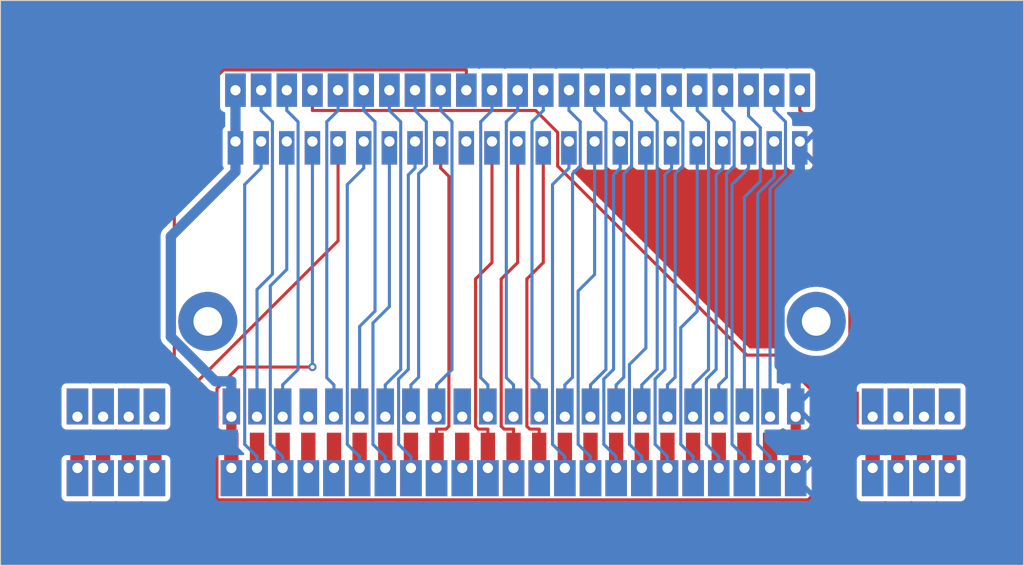
<source format=kicad_pcb>
(kicad_pcb (version 20221018) (generator pcbnew)
  (layers (0 "F.Cu" signal) (31 "B.Cu" signal) (34 "B.Paste" user) (35 "F.Paste" user) (36 "B.SilkS" user "B.Silkscreen") (37 "F.SilkS" user "F.Silkscreen") (38 "B.Mask" user) (39 "F.Mask" user) (44 "Edge.Cuts" user))
  (net 0 "")
  (net 1 "/VCC")
  (net 2 "/CPU.Clock")
  (net 3 "/CIC.In.P6")
  (net 4 "/Famicom.CIC.P2")
  (net 5 "/Write")
  (net 6 "/D7")
  (net 7 "/D6")
  (net 8 "/D5")
  (net 9 "/D4")
  (net 10 "/Famicom.Cart")
  (net 11 "/BA7")
  (net 12 "/BA6")
  (net 13 "/BA5")
  (net 14 "/BA4")
  (net 15 "/BA3")
  (net 16 "/BA2")
  (net 17 "/BA1")
  (net 18 "/BA0")
  (net 19 "/A15")
  (net 20 "/A14")
  (net 21 "/A13")
  (net 22 "/A12")
  (net 23 "/Famicom.GND")
  (net 24 "/Reset")
  (net 25 "/CIC.In.P7")
  (net 26 "/Famicom.CIC.P1")
  (net 27 "/Famicom.Read")
  (net 28 "/D3")
  (net 29 "/D2")
  (net 30 "/D1")
  (net 31 "/D0")
  (net 33 "/A0")
  (net 34 "/A1")
  (net 35 "/A2")
  (net 36 "/A3")
  (net 37 "/A4")
  (net 38 "/A5")
  (net 39 "/A6")
  (net 40 "/A7")
  (net 41 "/A8")
  (net 42 "/A9")
  (net 43 "/A10")
  (net 44 "/A11")
  (net 45 "/GND")
  (net 56 "unconnected-(J2-L_Audio-Pad31)")
  (net 57 "unconnected-(J2-PA4-Pad30)")
  (net 58 "unconnected-(J2-PA2-Pad29)")
  (net 59 "unconnected-(J2-PA0-Pad28)")
  (net 60 "unconnected-(J2-CIC_Out_P1-Pad24)")
  (net 61 "unconnected-(J2-{slash}Read-Pad23)")
  (net 62 "unconnected-(J2-{slash}IRQ-Pad18)")
  (net 63 "unconnected-(J2-{slash}PARD-Pad4)")
  (net 64 "unconnected-(J2-PA6-Pad3)")
  (net 65 "unconnected-(J2-EXPAND-Pad2)")
  (net 66 "unconnected-(J2-Clock-Pad1)")
  (footprint "Xterminator2:SNES Cartridge Slot" (layer "F.Cu") (at 146.342 116.826 180)
    (fp_text reference "J2" hide)
    (fp_text value "~" hide)
    (pad "1" thru_hole rect (at -42.5 -2.5) (size 2.1 3.5) (drill 1 (offset 0 1)) (layers "*.Cu" "F.Mask") (net 66 "unconnected-(J2-Clock-Pad1)"))
    (pad "1" smd rect (at -42.5 0.595) (size 1.4 2.69) (drill (offset 0 1)) (layers "F.Cu" "F.Paste" "F.Mask") (net 66 "unconnected-(J2-Clock-Pad1)"))
    (pad "2" thru_hole rect (at -40 -2.5) (size 2.1 3.5) (drill 1 (offset 0 1)) (layers "*.Cu" "F.Mask") (net 65 "unconnected-(J2-EXPAND-Pad2)"))
    (pad "2" smd rect (at -40 0.595) (size 1.4 2.69) (drill (offset 0 1)) (layers "F.Cu" "F.Paste" "F.Mask") (net 65 "unconnected-(J2-EXPAND-Pad2)"))
    (pad "3" thru_hole rect (at -37.5 -2.5) (size 2.1 3.5) (drill 1 (offset 0 1)) (layers "*.Cu" "F.Mask") (net 64 "unconnected-(J2-PA6-Pad3)"))
    (pad "3" smd rect (at -37.5 0.595) (size 1.4 2.69) (drill (offset 0 1)) (layers "F.Cu" "F.Paste" "F.Mask") (net 64 "unconnected-(J2-PA6-Pad3)"))
    (pad "4" thru_hole rect (at -35 -2.5) (size 2.1 3.5) (drill 1 (offset 0 1)) (layers "*.Cu" "F.Mask") (net 63 "unconnected-(J2-{slash}PARD-Pad4)"))
    (pad "4" smd rect (at -35 0.595) (size 1.4 2.69) (drill (offset 0 1)) (layers "F.Cu" "F.Paste" "F.Mask") (net 63 "unconnected-(J2-{slash}PARD-Pad4)"))
    (pad "5" thru_hole rect (at -27.5 -2.5) (size 2.1 3.5) (drill 1 (offset 0 1)) (layers "*.Cu" "F.Mask") (net 45 "/GND"))
    (pad "5" smd rect (at -27.5 0.595) (size 1.4 2.69) (drill (offset 0 1)) (layers "F.Cu" "F.Paste" "F.Mask") (net 45 "/GND"))
    (pad "6" thru_hole rect (at -25 -2.5) (size 2.1 3.5) (drill 1 (offset 0 1)) (layers "*.Cu" "F.Mask") (net 44 "/A11"))
    (pad "6" smd rect (at -25 0.595) (size 1.4 2.69) (drill (offset 0 1)) (layers "F.Cu" "F.Paste" "F.Mask") (net 44 "/A11"))
    (pad "7" thru_hole rect (at -22.5 -2.5) (size 2.1 3.5) (drill 1 (offset 0 1)) (layers "*.Cu" "F.Mask") (net 43 "/A10"))
    (pad "7" smd rect (at -22.5 0.595) (size 1.4 2.69) (drill (offset 0 1)) (layers "F.Cu" "F.Paste" "F.Mask") (net 43 "/A10"))
    (pad "8" thru_hole rect (at -20 -2.5) (size 2.1 3.5) (drill 1 (offset 0 1)) (layers "*.Cu" "F.Mask") (net 42 "/A9"))
    (pad "8" smd rect (at -20 0.595) (size 1.4 2.69) (drill (offset 0 1)) (layers "F.Cu" "F.Paste" "F.Mask") (net 42 "/A9"))
    (pad "9" thru_hole rect (at -17.5 -2.5) (size 2.1 3.5) (drill 1 (offset 0 1)) (layers "*.Cu" "F.Mask") (net 41 "/A8"))
    (pad "9" smd rect (at -17.5 0.595) (size 1.4 2.69) (drill (offset 0 1)) (layers "F.Cu" "F.Paste" "F.Mask") (net 41 "/A8"))
    (pad "10" thru_hole rect (at -15 -2.5) (size 2.1 3.5) (drill 1 (offset 0 1)) (layers "*.Cu" "F.Mask") (net 40 "/A7"))
    (pad "10" smd rect (at -15 0.595) (size 1.4 2.69) (drill (offset 0 1)) (layers "F.Cu" "F.Paste" "F.Mask") (net 40 "/A7"))
    (pad "11" thru_hole rect (at -12.5 -2.5) (size 2.1 3.5) (drill 1 (offset 0 1)) (layers "*.Cu" "F.Mask") (net 39 "/A6"))
    (pad "11" smd rect (at -12.5 0.595) (size 1.4 2.69) (drill (offset 0 1)) (layers "F.Cu" "F.Paste" "F.Mask") (net 39 "/A6"))
    (pad "12" thru_hole rect (at -10 -2.5) (size 2.1 3.5) (drill 1 (offset 0 1)) (layers "*.Cu" "F.Mask") (net 38 "/A5"))
    (pad "12" smd rect (at -10 0.595) (size 1.4 2.69) (drill (offset 0 1)) (layers "F.Cu" "F.Paste" "F.Mask") (net 38 "/A5"))
    (pad "13" thru_hole rect (at -7.5 -2.5) (size 2.1 3.5) (drill 1 (offset 0 1)) (layers "*.Cu" "F.Mask") (net 37 "/A4"))
    (pad "13" smd rect (at -7.5 0.595) (size 1.4 2.69) (drill (offset 0 1)) (layers "F.Cu" "F.Paste" "F.Mask") (net 37 "/A4"))
    (pad "14" thru_hole rect (at -5 -2.5) (size 2.1 3.5) (drill 1 (offset 0 1)) (layers "*.Cu" "F.Mask") (net 36 "/A3"))
    (pad "14" smd rect (at -5 0.595) (size 1.4 2.69) (drill (offset 0 1)) (layers "F.Cu" "F.Paste" "F.Mask") (net 36 "/A3"))
    (pad "15" thru_hole rect (at -2.5 -2.5) (size 2.1 3.5) (drill 1 (offset 0 1)) (layers "*.Cu" "F.Mask") (net 35 "/A2"))
    (pad "15" smd rect (at -2.5 0.595) (size 1.4 2.69) (drill (offset 0 1)) (layers "F.Cu" "F.Paste" "F.Mask") (net 35 "/A2"))
    (pad "16" thru_hole rect (at 0 -2.5) (size 2.1 3.5) (drill 1 (offset 0 1)) (layers "*.Cu" "F.Mask") (net 34 "/A1"))
    (pad "16" smd rect (at 0 0.595) (size 1.4 2.69) (drill (offset 0 1)) (layers "F.Cu" "F.Paste" "F.Mask") (net 34 "/A1"))
    (pad "17" thru_hole rect (at 2.5 -2.5) (size 2.1 3.5) (drill 1 (offset 0 1)) (layers "*.Cu" "F.Mask") (net 33 "/A0"))
    (pad "17" smd rect (at 2.5 0.595) (size 1.4 2.69) (drill (offset 0 1)) (layers "F.Cu" "F.Paste" "F.Mask") (net 33 "/A0"))
    (pad "18" thru_hole rect (at 5 -2.5) (size 2.1 3.5) (drill 1 (offset 0 1)) (layers "*.Cu" "F.Mask") (net 62 "unconnected-(J2-{slash}IRQ-Pad18)"))
    (pad "18" smd rect (at 5 0.595) (size 1.4 2.69) (drill (offset 0 1)) (layers "F.Cu" "F.Paste" "F.Mask") (net 62 "unconnected-(J2-{slash}IRQ-Pad18)"))
    (pad "19" thru_hole rect (at 7.5 -2.5) (size 2.1 3.5) (drill 1 (offset 0 1)) (layers "*.Cu" "F.Mask") (net 31 "/D0"))
    (pad "19" smd rect (at 7.5 0.595) (size 1.4 2.69) (drill (offset 0 1)) (layers "F.Cu" "F.Paste" "F.Mask") (net 31 "/D0"))
    (pad "20" thru_hole rect (at 10 -2.5) (size 2.1 3.5) (drill 1 (offset 0 1)) (layers "*.Cu" "F.Mask") (net 30 "/D1"))
    (pad "20" smd rect (at 10 0.595) (size 1.4 2.69) (drill (offset 0 1)) (layers "F.Cu" "F.Paste" "F.Mask") (net 30 "/D1"))
    (pad "21" thru_hole rect (at 12.5 -2.5) (size 2.1 3.5) (drill 1 (offset 0 1)) (layers "*.Cu" "F.Mask") (net 29 "/D2"))
    (pad "21" smd rect (at 12.5 0.595) (size 1.4 2.69) (drill (offset 0 1)) (layers "F.Cu" "F.Paste" "F.Mask") (net 29 "/D2"))
    (pad "22" thru_hole rect (at 15 -2.5) (size 2.1 3.5) (drill 1 (offset 0 1)) (layers "*.Cu" "F.Mask") (net 28 "/D3"))
    (pad "22" smd rect (at 15 0.595) (size 1.4 2.69) (drill (offset 0 1)) (layers "F.Cu" "F.Paste" "F.Mask") (net 28 "/D3"))
    (pad "23" thru_hole rect (at 17.5 -2.5) (size 2.1 3.5) (drill 1 (offset 0 1)) (layers "*.Cu" "F.Mask") (net 61 "unconnected-(J2-{slash}Read-Pad23)"))
    (pad "23" smd rect (at 17.5 0.595) (size 1.4 2.69) (drill (offset 0 1)) (layers "F.Cu" "F.Paste" "F.Mask") (net 61 "unconnected-(J2-{slash}Read-Pad23)"))
    (pad "24" thru_hole rect (at 20 -2.5) (size 2.1 3.5) (drill 1 (offset 0 1)) (layers "*.Cu" "F.Mask") (net 60 "unconnected-(J2-CIC_Out_P1-Pad24)"))
    (pad "24" smd rect (at 20 0.595) (size 1.4 2.69) (drill (offset 0 1)) (layers "F.Cu" "F.Paste" "F.Mask") (net 60 "unconnected-(J2-CIC_Out_P1-Pad24)"))
    (pad "25" thru_hole rect (at 22.5 -2.5) (size 2.1 3.5) (drill 1 (offset 0 1)) (layers "*.Cu" "F.Mask") (net 25 "/CIC.In.P7"))
    (pad "25" smd rect (at 22.5 0.595) (size 1.4 2.69) (drill (offset 0 1)) (layers "F.Cu" "F.Paste" "F.Mask") (net 25 "/CIC.In.P7"))
    (pad "26" thru_hole rect (at 25 -2.5) (size 2.1 3.5) (drill 1 (offset 0 1)) (layers "*.Cu" "F.Mask") (net 24 "/Reset"))
    (pad "26" smd rect (at 25 0.595) (size 1.4 2.69) (drill (offset 0 1)) (layers "F.Cu" "F.Paste" "F.Mask") (net 24 "/Reset"))
    (pad "27" thru_hole rect (at 27.5 -2.5) (size 2.1 3.5) (drill 1 (offset 0 1)) (layers "*.Cu" "F.Mask") (net 1 "/VCC"))
    (pad "27" smd rect (at 27.5 0.595) (size 1.4 2.69) (drill (offset 0 1)) (layers "F.Cu" "F.Paste" "F.Mask") (net 1 "/VCC"))
    (pad "28" thru_hole rect (at 35 -2.5) (size 2.1 3.5) (drill 1 (offset 0 1)) (layers "*.Cu" "F.Mask") (net 59 "unconnected-(J2-PA0-Pad28)"))
    (pad "28" smd rect (at 35 0.595) (size 1.4 2.69) (drill (offset 0 1)) (layers "F.Cu" "F.Paste" "F.Mask") (net 59 "unconnected-(J2-PA0-Pad28)"))
    (pad "29" thru_hole rect (at 37.5 -2.5) (size 2.1 3.5) (drill 1 (offset 0 1)) (layers "*.Cu" "F.Mask") (net 58 "unconnected-(J2-PA2-Pad29)"))
    (pad "29" smd rect (at 37.5 0.595) (size 1.4 2.69) (drill (offset 0 1)) (layers "F.Cu" "F.Paste" "F.Mask") (net 58 "unconnected-(J2-PA2-Pad29)"))
    (pad "30" thru_hole rect (at 40 -2.5) (size 2.1 3.5) (drill 1 (offset 0 1)) (layers "*.Cu" "F.Mask") (net 57 "unconnected-(J2-PA4-Pad30)"))
    (pad "30" smd rect (at 40 0.595) (size 1.4 2.69) (drill (offset 0 1)) (layers "F.Cu" "F.Paste" "F.Mask") (net 57 "unconnected-(J2-PA4-Pad30)"))
    (pad "31" thru_hole rect (at 42.5 -2.5) (size 2.1 3.5) (drill 1 (offset 0 1)) (layers "*.Cu" "F.Mask") (net 56 "unconnected-(J2-L_Audio-Pad31)"))
    (pad "31" smd rect (at 42.5 0.595) (size 1.4 2.69) (drill (offset 0 1)) (layers "F.Cu" "F.Paste" "F.Mask") (net 56 "unconnected-(J2-L_Audio-Pad31)"))
    (pad "32" thru_hole rect (at -42.5 2.5) (size 2.1 3.5) (drill 1 (offset 0 -1)) (layers "*.Cu" "F.Mask"))
    (pad "33" thru_hole rect (at -40 2.5) (size 2.1 3.5) (drill 1 (offset 0 -1)) (layers "*.Cu" "F.Mask"))
    (pad "34" thru_hole rect (at -37.5 2.5) (size 2.1 3.5) (drill 1 (offset 0 -1)) (layers "*.Cu" "F.Mask"))
    (pad "35" thru_hole rect (at -35 2.5) (size 2.1 3.5) (drill 1 (offset 0 -1)) (layers "*.Cu" "F.Mask"))
    (pad "36" thru_hole rect (at -27.5 2.5) (size 1.7 3.5) (drill 1 (offset 0 -1)) (layers "*.Cu" "F.Mask") (net 45 "/GND"))
    (pad "37" thru_hole rect (at -25 2.5) (size 1.7 3.5) (drill 1 (offset 0 -1)) (layers "*.Cu" "F.Mask") (net 22 "/A12"))
    (pad "38" thru_hole rect (at -22.5 2.5) (size 1.7 3.5) (drill 1 (offset 0 -1)) (layers "*.Cu" "F.Mask") (net 21 "/A13"))
    (pad "39" thru_hole rect (at -20 2.5) (size 1.7 3.5) (drill 1 (offset 0 -1)) (layers "*.Cu" "F.Mask") (net 20 "/A14"))
    (pad "40" thru_hole rect (at -17.5 2.5) (size 1.7 3.5) (drill 1 (offset 0 -1)) (layers "*.Cu" "F.Mask") (net 19 "/A15"))
    (pad "41" thru_hole rect (at -15 2.5) (size 1.7 3.5) (drill 1 (offset 0 -1)) (layers "*.Cu" "F.Mask") (net 18 "/BA0"))
    (pad "42" thru_hole rect (at -12.5 2.5) (size 1.7 3.5) (drill 1 (offset 0 -1)) (layers "*.Cu" "F.Mask") (net 17 "/BA1"))
    (pad "43" thru_hole rect (at -10 2.5) (size 1.7 3.5) (drill 1 (offset 0 -1)) (layers "*.Cu" "F.Mask") (net 16 "/BA2"))
    (pad "44" thru_hole rect (at -7.5 2.5) (size 1.7 3.5) (drill 1 (offset 0 -1)) (layers "*.Cu" "F.Mask") (net 15 "/BA3"))
    (pad "45" thru_hole rect (at -5 2.5) (size 1.7 3.5) (drill 1 (offset 0 -1)) (layers "*.Cu" "F.Mask") (net 14 "/BA4"))
    (pad "46" thru_hole rect (at -2.5 2.5) (size 1.7 3.5) (drill 1 (offset 0 -1)) (layers "*.Cu" "F.Mask") (net 13 "/BA5"))
    (pad "47" thru_hole rect (at 0 2.5) (size 1.7 3.5) (drill 1 (offset 0 -1)) (layers "*.Cu" "F.Mask") (net 12 "/BA6"))
    (pad "48" thru_hole rect (at 2.5 2.5) (size 1.7 3.5) (drill 1 (offset 0 -1)) (layers "*.Cu" "F.Mask") (net 11 "/BA7"))
    (pad "49" thru_hole rect (at 5 2.5) (size 1.7 3.5) (drill 1 (offset 0 -1)) (layers "*.Cu" "F.Mask"))
    (pad "50" thru_hole rect (at 7.5 2.5) (size 1.7 3.5) (drill 1 (offset 0 -1)) (layers "*.Cu" "F.Mask") (net 9 "/D4"))
    (pad "51" thru_hole rect (at 10 2.5) (size 1.7 3.5) (drill 1 (offset 0 -1)) (layers "*.Cu" "F.Mask") (net 8 "/D5"))
    (pad "52" thru_hole rect (at 12.5 2.5) (size 1.7 3.5) (drill 1 (offset 0 -1)) (layers "*.Cu" "F.Mask") (net 7 "/D6"))
    (pad "53" thru_hole rect (at 15 2.5) (size 1.7 3.5) (drill 1 (offset 0 -1)) (layers "*.Cu" "F.Mask") (net 6 "/D7"))
    (pad "54" thru_hole rect (at 17.5 2.5) (size 1.7 3.5) (drill 1 (offset 0 -1)) (layers "*.Cu" "F.Mask") (net 5 "/Write"))
    (pad "55" thru_hole rect (at 20 2.5) (size 1.7 3.5) (drill 1 (offset 0 -1)) (layers "*.Cu" "F.Mask"))
    (pad "56" thru_hole rect (at 22.5 2.5) (size 1.7 3.5) (drill 1 (offset 0 -1)) (layers "*.Cu" "F.Mask") (net 3 "/CIC.In.P6"))
    (pad "57" thru_hole rect (at 25 2.5) (size 1.7 3.5) (drill 1 (offset 0 -1)) (layers "*.Cu" "F.Mask") (net 2 "/CPU.Clock"))
    (pad "58" thru_hole rect (at 27.5 2.5) (size 1.7 3.5) (drill 1 (offset 0 -1)) (layers "*.Cu" "F.Mask") (net 1 "/VCC"))
    (pad "59" thru_hole rect (at 35 2.5) (size 2.1 3.5) (drill 1 (offset 0 -1)) (layers "*.Cu" "F.Mask"))
    (pad "60" thru_hole rect (at 37.5 2.5) (size 2.1 3.5) (drill 1 (offset 0 -1)) (layers "*.Cu" "F.Mask"))
    (pad "61" thru_hole rect (at 40 2.5) (size 2.1 3.5) (drill 1 (offset 0 -1)) (layers "*.Cu" "F.Mask"))
    (pad "62" thru_hole rect (at 42.5 2.5) (size 2.1 3.5) (drill 1 (offset 0 -1)) (layers "*.Cu" "F.Mask"))
    (pad "63" smd rect (at -33.15 3.35) (size 1 3.2) (layers "F.Cu" "F.Paste" "F.Mask") (net 26 "/Famicom.CIC.P1"))
    (pad "64" smd rect (at -31.85 3.35) (size 1 3.2) (layers "F.Cu" "F.Paste" "F.Mask") (net 4 "/Famicom.CIC.P2"))
    (pad "65" smd rect (at -30.55 3.35) (size 1 3.2) (layers "F.Cu" "F.Paste" "F.Mask") (net 23 "/Famicom.GND"))
    (pad "66" smd rect (at 31.45 3.35) (size 1 3.2) (layers "F.Cu" "F.Paste" "F.Mask") (net 27 "/Famicom.Read"))
    (pad "67" smd rect (at 32.75 3.35) (size 1 3.2) (layers "F.Cu" "F.Paste" "F.Mask") (net 10 "/Famicom.Cart"))
  )
  (footprint "Xterminator2:Super Famicom Cartridge Slot" (layer "F.Cu") (at 146.742 84.978 180)
    (fp_text reference "J1" hide)
    (fp_text value "~" hide)
    (pad "5" thru_hole rect (at -27.5 -2.5) (size 1.5 3.25) (drill 1 (offset 0 0.625)) (layers "*.Cu" "F.Mask") (net 45 "/GND"))
    (pad "6" thru_hole rect (at -25 -2.5) (size 1.5 3.25) (drill 1 (offset 0 0.625)) (layers "*.Cu" "F.Mask") (net 44 "/A11"))
    (pad "7" thru_hole rect (at -22.5 -2.5) (size 1.5 3.25) (drill 1 (offset 0 0.625)) (layers "*.Cu" "F.Mask") (net 43 "/A10"))
    (pad "8" thru_hole rect (at -20 -2.5) (size 1.5 3.25) (drill 1 (offset 0 0.625)) (layers "*.Cu" "F.Mask") (net 42 "/A9"))
    (pad "9" thru_hole rect (at -17.5 -2.5) (size 1.5 3.25) (drill 1 (offset 0 0.625)) (layers "*.Cu" "F.Mask") (net 41 "/A8"))
    (pad "10" thru_hole rect (at -15 -2.5) (size 1.5 3.25) (drill 1 (offset 0 0.625)) (layers "*.Cu" "F.Mask") (net 40 "/A7"))
    (pad "11" thru_hole rect (at -12.5 -2.5) (size 1.5 3.25) (drill 1 (offset 0 0.625)) (layers "*.Cu" "F.Mask") (net 39 "/A6"))
    (pad "12" thru_hole rect (at -10 -2.5) (size 1.5 3.25) (drill 1 (offset 0 0.625)) (layers "*.Cu" "F.Mask") (net 38 "/A5"))
    (pad "13" thru_hole rect (at -7.5 -2.5) (size 1.5 3.25) (drill 1 (offset 0 0.625)) (layers "*.Cu" "F.Mask") (net 37 "/A4"))
    (pad "14" thru_hole rect (at -5 -2.5) (size 1.5 3.25) (drill 1 (offset 0 0.625)) (layers "*.Cu" "F.Mask") (net 36 "/A3"))
    (pad "15" thru_hole rect (at -2.5 -2.5) (size 1.5 3.25) (drill 1 (offset 0 0.625)) (layers "*.Cu" "F.Mask") (net 35 "/A2"))
    (pad "16" thru_hole rect (at 0 -2.5) (size 1.5 3.25) (drill 1 (offset 0 0.625)) (layers "*.Cu" "F.Mask") (net 34 "/A1"))
    (pad "17" thru_hole rect (at 2.5 -2.5) (size 1.5 3.25) (drill 1 (offset 0 0.625)) (layers "*.Cu" "F.Mask") (net 33 "/A0"))
    (pad "18" thru_hole rect (at 5 -2.5) (size 1.5 3.25) (drill 1 (offset 0 0.625)) (layers "*.Cu" "F.Mask"))
    (pad "19" thru_hole rect (at 7.5 -2.5) (size 1.5 3.25) (drill 1 (offset 0 0.625)) (layers "*.Cu" "F.Mask") (net 31 "/D0"))
    (pad "20" thru_hole rect (at 10 -2.5) (size 1.5 3.25) (drill 1 (offset 0 0.625)) (layers "*.Cu" "F.Mask") (net 30 "/D1"))
    (pad "21" thru_hole rect (at 12.5 -2.5) (size 1.5 3.25) (drill 1 (offset 0 0.625)) (layers "*.Cu" "F.Mask") (net 29 "/D2"))
    (pad "22" thru_hole rect (at 15 -2.5) (size 1.5 3.25) (drill 1 (offset 0 0.625)) (layers "*.Cu" "F.Mask") (net 28 "/D3"))
    (pad "23" thru_hole rect (at 17.5 -2.5) (size 1.5 3.25) (drill 1 (offset 0 0.625)) (layers "*.Cu" "F.Mask") (net 27 "/Famicom.Read"))
    (pad "24" thru_hole rect (at 20 -2.5) (size 1.5 3.25) (drill 1 (offset 0 0.625)) (layers "*.Cu" "F.Mask") (net 26 "/Famicom.CIC.P1"))
    (pad "25" thru_hole rect (at 22.5 -2.5) (size 1.5 3.25) (drill 1 (offset 0 0.625)) (layers "*.Cu" "F.Mask") (net 25 "/CIC.In.P7"))
    (pad "26" thru_hole rect (at 25 -2.5) (size 1.5 3.25) (drill 1 (offset 0 0.625)) (layers "*.Cu" "F.Mask") (net 24 "/Reset"))
    (pad "27" thru_hole rect (at 27.5 -2.5) (size 1.5 3.25) (drill 1 (offset 0 0.625)) (layers "*.Cu" "F.Mask") (net 1 "/VCC"))
    (pad "36" thru_hole rect (at -27.5 2.5) (size 2 3.25) (drill 1) (layers "*.Cu" "F.Mask") (net 23 "/Famicom.GND"))
    (pad "37" thru_hole rect (at -25 2.5) (size 2 3.25) (drill 1) (layers "*.Cu" "F.Mask") (net 22 "/A12"))
    (pad "38" thru_hole rect (at -22.5 2.5) (size 2 3.25) (drill 1) (layers "*.Cu" "F.Mask") (net 21 "/A13"))
    (pad "39" thru_hole rect (at -20 2.5) (size 2 3.25) (drill 1) (layers "*.Cu" "F.Mask") (net 20 "/A14"))
    (pad "40" thru_hole rect (at -17.5 2.5) (size 2 3.25) (drill 1) (layers "*.Cu" "F.Mask") (net 19 "/A15"))
    (pad "41" thru_hole rect (at -15 2.5) (size 2 3.25) (drill 1) (layers "*.Cu" "F.Mask") (net 18 "/BA0"))
    (pad "42" thru_hole rect (at -12.5 2.5) (size 2 3.25) (drill 1) (layers "*.Cu" "F.Mask") (net 17 "/BA1"))
    (pad "43" thru_hole rect (at -10 2.5) (size 2 3.25) (drill 1) (layers "*.Cu" "F.Mask") (net 16 "/BA2"))
    (pad "44" thru_hole rect (at -7.5 2.5) (size 2 3.25) (drill 1) (layers "*.Cu" "F.Mask") (net 15 "/BA3"))
    (pad "45" thru_hole rect (at -5 2.5) (size 2 3.25) (drill 1) (layers "*.Cu" "F.Mask") (net 14 "/BA4"))
    (pad "46" thru_hole rect (at -2.5 2.5) (size 2 3.25) (drill 1) (layers "*.Cu" "F.Mask") (net 13 "/BA5"))
    (pad "47" thru_hole rect (at 0 2.5) (size 2 3.25) (drill 1) (layers "*.Cu" "F.Mask") (net 12 "/BA6"))
    (pad "48" thru_hole rect (at 2.5 2.5) (size 2 3.25) (drill 1) (layers "*.Cu" "F.Mask") (net 11 "/BA7"))
    (pad "49" thru_hole rect (at 5 2.5) (size 2 3.25) (drill 1) (layers "*.Cu" "F.Mask") (net 10 "/Famicom.Cart"))
    (pad "50" thru_hole rect (at 7.5 2.5) (size 2 3.25) (drill 1) (layers "*.Cu" "F.Mask") (net 9 "/D4"))
    (pad "51" thru_hole rect (at 10 2.5) (size 2 3.25) (drill 1) (layers "*.Cu" "F.Mask") (net 8 "/D5"))
    (pad "52" thru_hole rect (at 12.5 2.5) (size 2 3.25) (drill 1) (layers "*.Cu" "F.Mask") (net 7 "/D6"))
    (pad "53" thru_hole rect (at 15 2.5) (size 2 3.25) (drill 1) (layers "*.Cu" "F.Mask") (net 6 "/D7"))
    (pad "54" thru_hole rect (at 17.5 2.5) (size 2 3.25) (drill 1) (layers "*.Cu" "F.Mask") (net 5 "/Write"))
    (pad "55" thru_hole rect (at 20 2.5) (size 2 3.25) (drill 1) (layers "*.Cu" "F.Mask") (net 4 "/Famicom.CIC.P2"))
    (pad "56" thru_hole rect (at 22.5 2.5) (size 2 3.25) (drill 1) (layers "*.Cu" "F.Mask") (net 3 "/CIC.In.P6"))
    (pad "57" thru_hole rect (at 25 2.5) (size 2 3.25) (drill 1) (layers "*.Cu" "F.Mask") (net 2 "/CPU.Clock"))
    (pad "58" thru_hole rect (at 27.5 2.5) (size 2 3.25) (drill 1) (layers "*.Cu" "F.Mask") (net 1 "/VCC"))
  )
  (footprint "Xterminator2:Screw Hole" (layer "F.Cu") (at 116.544 105.028)
    (fp_text reference "Hole1" hide)
    (fp_text value "Screw Hole" hide)
    (pad "1" thru_hole circle (at 0 0) (size 5.75 5.75) (drill 2.8) (layers "*.Cu" "*.Mask"))
  )
  (footprint "Xterminator2:Screw Hole" (layer "F.Cu") (at 175.844 105.028)
    (fp_text reference "Hole2" hide)
    (fp_text value "Screw Hole" hide)
    (pad "1" thru_hole circle (at 0 0) (size 5.75 5.75) (drill 2.8) (layers "*.Cu" "*.Mask"))
  )
  (gr_line (start 96.344 128.829) (end 196.044 128.829) (stroke (width 0.1)) (layer "Edge.Cuts"))
  (gr_line (start 96.344 73.729) (end 96.344 128.829) (stroke (width 0.1)) (layer "Edge.Cuts"))
  (gr_line (start 196.044 73.729) (end 96.344 73.729) (stroke (width 0.1)) (layer "Edge.Cuts"))
  (gr_line (start 196.044 128.829) (end 196.044 73.729) (stroke (width 0.1)) (layer "Edge.Cuts"))
  (segment (start 118.842 116.231) (end 118.842 114.326) (width 1) (layer "F.Cu") (net 1))
  (segment (start 118.842 119.326) (end 118.842 116.231) (width 1) (layer "F.Cu") (net 1))
  (segment (start 112.9436 96.7283) (end 119.242 90.4299) (width 1) (layer "B.Cu") (net 1))
  (segment (start 112.9436 106.5276) (end 112.9436 96.7283) (width 1) (layer "B.Cu") (net 1))
  (segment (start 118.842 114.326) (end 118.842 110.8741) (width 1) (layer "B.Cu") (net 1))
  (segment (start 119.242 87.478) (end 119.242 82.478) (width 1) (layer "B.Cu") (net 1))
  (segment (start 117.2901 110.8741) (end 112.9436 106.5276) (width 1) (layer "B.Cu") (net 1))
  (segment (start 118.842 110.8741) (end 117.2901 110.8741) (width 1) (layer "B.Cu") (net 1))
  (segment (start 119.242 87.478) (end 119.242 90.4299) (width 1) (layer "B.Cu") (net 1))
  (segment (start 122.8439 85.5568) (end 121.742 84.4549) (width 0.3) (layer "B.Cu") (net 2))
  (segment (start 121.742 82.478) (end 121.742 84.4549) (width 0.3) (layer "B.Cu") (net 2))
  (segment (start 121.342 101.9213) (end 122.8439 100.4194) (width 0.3) (layer "B.Cu") (net 2))
  (segment (start 121.342 114.326) (end 121.342 101.9213) (width 0.3) (layer "B.Cu") (net 2))
  (segment (start 122.8439 100.4194) (end 122.8439 85.5568) (width 0.3) (layer "B.Cu") (net 2))
  (segment (start 125.3439 109.7222) (end 125.3439 85.5568) (width 0.3) (layer "B.Cu") (net 3))
  (segment (start 123.842 114.326) (end 123.842 111.2241) (width 0.3) (layer "B.Cu") (net 3))
  (segment (start 125.3439 85.5568) (end 124.242 84.4549) (width 0.3) (layer "B.Cu") (net 3))
  (segment (start 124.242 82.478) (end 124.242 84.4549) (width 0.3) (layer "B.Cu") (net 3))
  (segment (start 123.842 111.2241) (end 125.3439 109.7222) (width 0.3) (layer "B.Cu") (net 3))
  (segment (start 150.6401 86.5952) (end 148.4998 84.4549) (width 0.3) (layer "F.Cu") (net 4))
  (segment (start 126.742 82.478) (end 126.742 84.4549) (width 0.3) (layer "F.Cu") (net 4))
  (segment (start 150.6401 89.8788) (end 150.6401 86.5952) (width 0.3) (layer "F.Cu") (net 4))
  (segment (start 176.1956 115.4279) (end 175.7615 114.9938) (width 0.3) (layer "F.Cu") (net 4))
  (segment (start 175.7615 114.9938) (end 175.7615 112.1124) (width 0.3) (layer "F.Cu") (net 4))
  (segment (start 169.0764 108.3151) (end 150.6401 89.8788) (width 0.3) (layer "F.Cu") (net 4))
  (segment (start 171.9642 108.3151) (end 169.0764 108.3151) (width 0.3) (layer "F.Cu") (net 4))
  (segment (start 178.192 113.476) (end 178.192 115.4279) (width 0.3) (layer "F.Cu") (net 4))
  (segment (start 148.4998 84.4549) (end 126.742 84.4549) (width 0.3) (layer "F.Cu") (net 4))
  (segment (start 175.7615 112.1124) (end 171.9642 108.3151) (width 0.3) (layer "F.Cu") (net 4))
  (segment (start 178.192 115.4279) (end 176.1956 115.4279) (width 0.3) (layer "F.Cu") (net 4))
  (segment (start 128.842 111.2241) (end 128.1401 110.5222) (width 0.3) (layer "B.Cu") (net 5))
  (segment (start 128.842 114.326) (end 128.842 111.2241) (width 0.3) (layer "B.Cu") (net 5))
  (segment (start 128.1401 85.5568) (end 129.242 84.4549) (width 0.3) (layer "B.Cu") (net 5))
  (segment (start 128.1401 110.5222) (end 128.1401 85.5568) (width 0.3) (layer "B.Cu") (net 5))
  (segment (start 129.242 82.478) (end 129.242 84.4549) (width 0.3) (layer "B.Cu") (net 5))
  (segment (start 131.342 114.326) (end 131.342 105.5245) (width 0.3) (layer "B.Cu") (net 6))
  (segment (start 131.742 82.478) (end 131.742 84.4549) (width 0.3) (layer "B.Cu") (net 6))
  (segment (start 132.8439 104.0226) (end 132.8439 85.5568) (width 0.3) (layer "B.Cu") (net 6))
  (segment (start 131.342 105.5245) (end 132.8439 104.0226) (width 0.3) (layer "B.Cu") (net 6))
  (segment (start 132.8439 85.5568) (end 131.742 84.4549) (width 0.3) (layer "B.Cu") (net 6))
  (segment (start 133.842 114.326) (end 133.842 111.2241) (width 0.3) (layer "B.Cu") (net 7))
  (segment (start 135.3439 85.5568) (end 135.3439 109.7222) (width 0.3) (layer "B.Cu") (net 7))
  (segment (start 134.242 84.4549) (end 135.3439 85.5568) (width 0.3) (layer "B.Cu") (net 7))
  (segment (start 135.3439 109.7222) (end 133.842 111.2241) (width 0.3) (layer "B.Cu") (net 7))
  (segment (start 134.242 82.478) (end 134.242 84.4549) (width 0.3) (layer "B.Cu") (net 7))
  (segment (start 136.342 111.2241) (end 137.0915 110.4746) (width 0.3) (layer "B.Cu") (net 8))
  (segment (start 136.342 114.326) (end 136.342 111.2241) (width 0.3) (layer "B.Cu") (net 8))
  (segment (start 137.8439 89.8738) (end 137.8439 85.5568) (width 0.3) (layer "B.Cu") (net 8))
  (segment (start 137.0915 110.4746) (end 137.0915 90.6262) (width 0.3) (layer "B.Cu") (net 8))
  (segment (start 137.0915 90.6262) (end 137.8439 89.8738) (width 0.3) (layer "B.Cu") (net 8))
  (segment (start 137.8439 85.5568) (end 136.742 84.4549) (width 0.3) (layer "B.Cu") (net 8))
  (segment (start 136.742 82.478) (end 136.742 84.4549) (width 0.3) (layer "B.Cu") (net 8))
  (segment (start 139.242 82.478) (end 139.242 84.4549) (width 0.3) (layer "B.Cu") (net 9))
  (segment (start 140.3439 109.7222) (end 140.3439 85.5568) (width 0.3) (layer "B.Cu") (net 9))
  (segment (start 138.842 114.326) (end 138.842 111.2241) (width 0.3) (layer "B.Cu") (net 9))
  (segment (start 138.842 111.2241) (end 140.3439 109.7222) (width 0.3) (layer "B.Cu") (net 9))
  (segment (start 140.3439 85.5568) (end 139.242 84.4549) (width 0.3) (layer "B.Cu") (net 9))
  (segment (start 113.592 111.5241) (end 113.2825 111.2146) (width 0.3) (layer "F.Cu") (net 10))
  (segment (start 113.2825 111.2146) (end 113.2825 85.2894) (width 0.3) (layer "F.Cu") (net 10))
  (segment (start 141.742 82.478) (end 141.742 80.5011) (width 0.3) (layer "F.Cu") (net 10))
  (segment (start 113.592 113.476) (end 113.592 111.5241) (width 0.3) (layer "F.Cu") (net 10))
  (segment (start 118.0708 80.5011) (end 141.742 80.5011) (width 0.3) (layer "F.Cu") (net 10))
  (segment (start 113.2825 85.2894) (end 118.0708 80.5011) (width 0.3) (layer "F.Cu") (net 10))
  (segment (start 143.1401 110.5222) (end 143.1401 85.5568) (width 0.3) (layer "B.Cu") (net 11))
  (segment (start 143.842 111.2241) (end 143.1401 110.5222) (width 0.3) (layer "B.Cu") (net 11))
  (segment (start 143.842 114.326) (end 143.842 111.2241) (width 0.3) (layer "B.Cu") (net 11))
  (segment (start 143.1401 85.5568) (end 144.242 84.4549) (width 0.3) (layer "B.Cu") (net 11))
  (segment (start 144.242 82.478) (end 144.242 84.4549) (width 0.3) (layer "B.Cu") (net 11))
  (segment (start 146.342 114.326) (end 146.342 111.2241) (width 0.3) (layer "B.Cu") (net 12))
  (segment (start 145.6401 110.5222) (end 145.6401 85.5568) (width 0.3) (layer "B.Cu") (net 12))
  (segment (start 145.6401 85.5568) (end 146.742 84.4549) (width 0.3) (layer "B.Cu") (net 12))
  (segment (start 146.742 82.478) (end 146.742 84.4549) (width 0.3) (layer "B.Cu") (net 12))
  (segment (start 146.342 111.2241) (end 145.6401 110.5222) (width 0.3) (layer "B.Cu") (net 12))
  (segment (start 149.242 82.478) (end 149.242 84.4549) (width 0.3) (layer "B.Cu") (net 13))
  (segment (start 148.842 111.2241) (end 148.1401 110.5222) (width 0.3) (layer "B.Cu") (net 13))
  (segment (start 148.842 114.326) (end 148.842 111.2241) (width 0.3) (layer "B.Cu") (net 13))
  (segment (start 148.1401 110.5222) (end 148.1401 85.5568) (width 0.3) (layer "B.Cu") (net 13))
  (segment (start 148.1401 85.5568) (end 149.242 84.4549) (width 0.3) (layer "B.Cu") (net 13))
  (segment (start 151.342 111.2241) (end 152.0915 110.4746) (width 0.3) (layer "B.Cu") (net 14))
  (segment (start 152.8439 85.5568) (end 151.742 84.4549) (width 0.3) (layer "B.Cu") (net 14))
  (segment (start 151.342 114.326) (end 151.342 111.2241) (width 0.3) (layer "B.Cu") (net 14))
  (segment (start 152.0915 90.6262) (end 152.8439 89.8738) (width 0.3) (layer "B.Cu") (net 14))
  (segment (start 152.8439 89.8738) (end 152.8439 85.5568) (width 0.3) (layer "B.Cu") (net 14))
  (segment (start 151.742 82.478) (end 151.742 84.4549) (width 0.3) (layer "B.Cu") (net 14))
  (segment (start 152.0915 110.4746) (end 152.0915 90.6262) (width 0.3) (layer "B.Cu") (net 14))
  (segment (start 155.3439 85.5568) (end 155.3439 109.7222) (width 0.3) (layer "B.Cu") (net 15))
  (segment (start 155.3439 109.7222) (end 153.842 111.2241) (width 0.3) (layer "B.Cu") (net 15))
  (segment (start 153.842 114.326) (end 153.842 111.2241) (width 0.3) (layer "B.Cu") (net 15))
  (segment (start 154.242 82.478) (end 154.242 84.4549) (width 0.3) (layer "B.Cu") (net 15))
  (segment (start 154.242 84.4549) (end 155.3439 85.5568) (width 0.3) (layer "B.Cu") (net 15))
  (segment (start 157.8439 85.5568) (end 156.742 84.4549) (width 0.3) (layer "B.Cu") (net 16))
  (segment (start 156.342 111.2241) (end 157.0915 110.4746) (width 0.3) (layer "B.Cu") (net 16))
  (segment (start 156.342 114.326) (end 156.342 111.2241) (width 0.3) (layer "B.Cu") (net 16))
  (segment (start 157.0915 110.4746) (end 157.0915 90.6262) (width 0.3) (layer "B.Cu") (net 16))
  (segment (start 157.8439 89.8738) (end 157.8439 85.5568) (width 0.3) (layer "B.Cu") (net 16))
  (segment (start 157.0915 90.6262) (end 157.8439 89.8738) (width 0.3) (layer "B.Cu") (net 16))
  (segment (start 156.742 82.478) (end 156.742 84.4549) (width 0.3) (layer "B.Cu") (net 16))
  (segment (start 159.242 84.4549) (end 160.3439 85.5568) (width 0.3) (layer "B.Cu") (net 17))
  (segment (start 160.3439 109.7222) (end 158.842 111.2241) (width 0.3) (layer "B.Cu") (net 17))
  (segment (start 158.842 114.326) (end 158.842 111.2241) (width 0.3) (layer "B.Cu") (net 17))
  (segment (start 159.242 82.478) (end 159.242 84.4549) (width 0.3) (layer "B.Cu") (net 17))
  (segment (start 160.3439 85.5568) (end 160.3439 109.7222) (width 0.3) (layer "B.Cu") (net 17))
  (segment (start 162.8439 85.5568) (end 161.742 84.4549) (width 0.3) (layer "B.Cu") (net 18))
  (segment (start 161.742 82.478) (end 161.742 84.4549) (width 0.3) (layer "B.Cu") (net 18))
  (segment (start 162.0915 110.4746) (end 162.0915 90.6262) (width 0.3) (layer "B.Cu") (net 18))
  (segment (start 162.0915 90.6262) (end 162.8439 89.8738) (width 0.3) (layer "B.Cu") (net 18))
  (segment (start 161.342 114.326) (end 161.342 111.2241) (width 0.3) (layer "B.Cu") (net 18))
  (segment (start 161.342 111.2241) (end 162.0915 110.4746) (width 0.3) (layer "B.Cu") (net 18))
  (segment (start 162.8439 89.8738) (end 162.8439 85.5568) (width 0.3) (layer "B.Cu") (net 18))
  (segment (start 165.3439 109.7222) (end 163.842 111.2241) (width 0.3) (layer "B.Cu") (net 19))
  (segment (start 164.242 82.478) (end 164.242 84.4549) (width 0.3) (layer "B.Cu") (net 19))
  (segment (start 165.3439 85.5568) (end 165.3439 109.7222) (width 0.3) (layer "B.Cu") (net 19))
  (segment (start 163.842 114.326) (end 163.842 111.2241) (width 0.3) (layer "B.Cu") (net 19))
  (segment (start 164.242 84.4549) (end 165.3439 85.5568) (width 0.3) (layer "B.Cu") (net 19))
  (segment (start 167.0915 90.6262) (end 167.8439 89.8738) (width 0.3) (layer "B.Cu") (net 20))
  (segment (start 166.342 111.2241) (end 167.0915 110.4746) (width 0.3) (layer "B.Cu") (net 20))
  (segment (start 167.8439 85.5568) (end 166.742 84.4549) (width 0.3) (layer "B.Cu") (net 20))
  (segment (start 166.742 82.478) (end 166.742 84.4549) (width 0.3) (layer "B.Cu") (net 20))
  (segment (start 166.342 114.326) (end 166.342 111.2241) (width 0.3) (layer "B.Cu") (net 20))
  (segment (start 167.0915 110.4746) (end 167.0915 90.6262) (width 0.3) (layer "B.Cu") (net 20))
  (segment (start 167.8439 89.8738) (end 167.8439 85.5568) (width 0.3) (layer "B.Cu") (net 20))
  (segment (start 168.842 92.9029) (end 170.3916 91.3533) (width 0.3) (layer "B.Cu") (net 21))
  (segment (start 170.3916 91.3533) (end 170.3916 86.1276) (width 0.3) (layer "B.Cu") (net 21))
  (segment (start 168.842 111.2241) (end 168.842 92.9029) (width 0.3) (layer "B.Cu") (net 21))
  (segment (start 169.242 84.978) (end 169.242 82.478) (width 0.3) (layer "B.Cu") (net 21))
  (segment (start 170.3916 86.1276) (end 169.242 84.978) (width 0.3) (layer "B.Cu") (net 21))
  (segment (start 168.842 114.326) (end 168.842 111.2241) (width 0.3) (layer "B.Cu") (net 21))
  (segment (start 171.742 82.478) (end 171.742 84.4549) (width 0.3) (layer "B.Cu") (net 22))
  (segment (start 171.342 114.326) (end 171.342 92.0988) (width 0.3) (layer "B.Cu") (net 22))
  (segment (start 172.8439 85.5568) (end 171.742 84.4549) (width 0.3) (layer "B.Cu") (net 22))
  (segment (start 171.342 92.0988) (end 172.8439 90.5969) (width 0.3) (layer "B.Cu") (net 22))
  (segment (start 172.8439 90.5969) (end 172.8439 85.5568) (width 0.3) (layer "B.Cu") (net 22))
  (segment (start 179.1166 89.3295) (end 174.242 84.4549) (width 0.3) (layer "F.Cu") (net 23))
  (segment (start 176.892 113.476) (end 176.892 109.0073) (width 0.3) (layer "F.Cu") (net 23))
  (segment (start 174.242 82.478) (end 174.242 84.4549) (width 0.3) (layer "F.Cu") (net 23))
  (segment (start 176.892 109.0073) (end 179.1166 106.7827) (width 0.3) (layer "F.Cu") (net 23))
  (segment (start 179.1166 106.7827) (end 179.1166 89.3295) (width 0.3) (layer "F.Cu") (net 23))
  (segment (start 121.342 119.326) (end 121.342 116.231) (width 0.3) (layer "F.Cu") (net 24))
  (segment (start 121.342 119.326) (end 121.342 118.2241) (width 0.3) (layer "B.Cu") (net 24))
  (segment (start 121.742 87.478) (end 121.742 90.0799) (width 0.3) (layer "B.Cu") (net 24))
  (segment (start 120.1401 91.6818) (end 120.1401 117.0222) (width 0.3) (layer "B.Cu") (net 24))
  (segment (start 121.742 90.0799) (end 120.1401 91.6818) (width 0.3) (layer "B.Cu") (net 24))
  (segment (start 120.1401 117.0222) (end 121.342 118.2241) (width 0.3) (layer "B.Cu") (net 24))
  (segment (start 123.842 119.326) (end 123.842 116.231) (width 0.3) (layer "F.Cu") (net 25))
  (segment (start 122.6401 117.0222) (end 122.6401 101.5647) (width 0.3) (layer "B.Cu") (net 25))
  (segment (start 123.842 118.2241) (end 122.6401 117.0222) (width 0.3) (layer "B.Cu") (net 25))
  (segment (start 122.6401 101.5647) (end 124.242 99.9628) (width 0.3) (layer "B.Cu") (net 25))
  (segment (start 124.242 99.9628) (end 124.242 87.478) (width 0.3) (layer "B.Cu") (net 25))
  (segment (start 123.842 119.326) (end 123.842 118.2241) (width 0.3) (layer "B.Cu") (net 25))
  (segment (start 117.4401 111.5896) (end 119.5481 109.4816) (width 0.3) (layer "F.Cu") (net 26))
  (segment (start 119.5481 109.4816) (end 126.742 109.4816) (width 0.3) (layer "F.Cu") (net 26))
  (segment (start 175.0368 122.4357) (end 117.5824 122.4357) (width 0.3) (layer "F.Cu") (net 26))
  (segment (start 117.4401 122.2934) (end 117.4401 111.5896) (width 0.3) (layer "F.Cu") (net 26))
  (segment (start 117.5824 122.4357) (end 117.4401 122.2934) (width 0.3) (layer "F.Cu") (net 26))
  (segment (start 179.492 117.9805) (end 175.0368 122.4357) (width 0.3) (layer "F.Cu") (net 26))
  (segment (start 179.492 113.476) (end 179.492 117.9805) (width 0.3) (layer "F.Cu") (net 26))
  (via (at 126.742 109.4816) (size 0.8) (drill 0.4) (layers "F.Cu" "B.Cu") (net 26))
  (segment (start 126.742 109.4816) (end 126.742 87.478) (width 0.3) (layer "B.Cu") (net 26))
  (segment (start 114.892 113.476) (end 114.892 111.5241) (width 0.3) (layer "F.Cu") (net 27))
  (segment (start 129.242 97.1741) (end 114.892 111.5241) (width 0.3) (layer "F.Cu") (net 27))
  (segment (start 129.242 87.478) (end 129.242 97.1741) (width 0.3) (layer "F.Cu") (net 27))
  (segment (start 131.342 119.326) (end 131.342 116.231) (width 0.3) (layer "F.Cu") (net 28))
  (segment (start 131.742 87.478) (end 131.742 90.0799) (width 0.3) (layer "B.Cu") (net 28))
  (segment (start 130.1401 117.0222) (end 131.342 118.2241) (width 0.3) (layer "B.Cu") (net 28))
  (segment (start 130.1401 91.6818) (end 130.1401 117.0222) (width 0.3) (layer "B.Cu") (net 28))
  (segment (start 131.342 119.326) (end 131.342 118.2241) (width 0.3) (layer "B.Cu") (net 28))
  (segment (start 131.742 90.0799) (end 130.1401 91.6818) (width 0.3) (layer "B.Cu") (net 28))
  (segment (start 133.842 119.326) (end 133.842 116.231) (width 0.3) (layer "F.Cu") (net 29))
  (segment (start 132.6401 105.1861) (end 134.242 103.5842) (width 0.3) (layer "B.Cu") (net 29))
  (segment (start 133.842 118.2241) (end 132.6401 117.0222) (width 0.3) (layer "B.Cu") (net 29))
  (segment (start 134.242 103.5842) (end 134.242 87.478) (width 0.3) (layer "B.Cu") (net 29))
  (segment (start 133.842 119.326) (end 133.842 118.2241) (width 0.3) (layer "B.Cu") (net 29))
  (segment (start 132.6401 117.0222) (end 132.6401 105.1861) (width 0.3) (layer "B.Cu") (net 29))
  (segment (start 136.342 119.326) (end 136.342 116.231) (width 0.3) (layer "F.Cu") (net 30))
  (segment (start 136.342 119.326) (end 136.342 118.2241) (width 0.3) (layer "B.Cu") (net 30))
  (segment (start 136.0904 90.7315) (end 136.0904 109.7033) (width 0.3) (layer "B.Cu") (net 30))
  (segment (start 136.742 87.478) (end 136.742 90.0799) (width 0.3) (layer "B.Cu") (net 30))
  (segment (start 135.1401 110.6536) (end 135.1401 117.0222) (width 0.3) (layer "B.Cu") (net 30))
  (segment (start 136.0904 109.7033) (end 135.1401 110.6536) (width 0.3) (layer "B.Cu") (net 30))
  (segment (start 136.742 90.0799) (end 136.0904 90.7315) (width 0.3) (layer "B.Cu") (net 30))
  (segment (start 135.1401 117.0222) (end 136.342 118.2241) (width 0.3) (layer "B.Cu") (net 30))
  (segment (start 140.0439 115.2546) (end 140.0439 90.8818) (width 0.3) (layer "F.Cu") (net 31))
  (segment (start 138.842 116.231) (end 138.842 115.5341) (width 0.3) (layer "F.Cu") (net 31))
  (segment (start 140.0439 90.8818) (end 139.242 90.0799) (width 0.3) (layer "F.Cu") (net 31))
  (segment (start 139.242 87.478) (end 139.242 90.0799) (width 0.3) (layer "F.Cu") (net 31))
  (segment (start 138.842 115.5341) (end 139.7644 115.5341) (width 0.3) (layer "F.Cu") (net 31))
  (segment (start 139.7644 115.5341) (end 140.0439 115.2546) (width 0.3) (layer "F.Cu") (net 31))
  (segment (start 138.842 119.326) (end 138.842 116.231) (width 0.3) (layer "F.Cu") (net 31))
  (segment (start 143.842 119.326) (end 143.842 116.231) (width 0.3) (layer "F.Cu") (net 33))
  (segment (start 143.842 116.231) (end 143.842 115.5341) (width 0.3) (layer "F.Cu") (net 33))
  (segment (start 142.9196 115.5341) (end 142.6401 115.2546) (width 0.3) (layer "F.Cu") (net 33))
  (segment (start 142.6401 115.2546) (end 142.6401 100.8918) (width 0.3) (layer "F.Cu") (net 33))
  (segment (start 144.242 99.2899) (end 144.242 87.478) (width 0.3) (layer "F.Cu") (net 33))
  (segment (start 142.6401 100.8918) (end 144.242 99.2899) (width 0.3) (layer "F.Cu") (net 33))
  (segment (start 143.842 115.5341) (end 142.9196 115.5341) (width 0.3) (layer "F.Cu") (net 33))
  (segment (start 146.342 115.5341) (end 145.4196 115.5341) (width 0.3) (layer "F.Cu") (net 34))
  (segment (start 146.342 119.326) (end 146.342 116.231) (width 0.3) (layer "F.Cu") (net 34))
  (segment (start 146.742 99.2899) (end 146.742 87.478) (width 0.3) (layer "F.Cu") (net 34))
  (segment (start 146.342 116.231) (end 146.342 115.5341) (width 0.3) (layer "F.Cu") (net 34))
  (segment (start 145.1401 100.8918) (end 146.742 99.2899) (width 0.3) (layer "F.Cu") (net 34))
  (segment (start 145.4196 115.5341) (end 145.1401 115.2546) (width 0.3) (layer "F.Cu") (net 34))
  (segment (start 145.1401 115.2546) (end 145.1401 100.8918) (width 0.3) (layer "F.Cu") (net 34))
  (segment (start 147.9196 115.5341) (end 147.6401 115.2546) (width 0.3) (layer "F.Cu") (net 35))
  (segment (start 147.6401 100.8918) (end 149.242 99.2899) (width 0.3) (layer "F.Cu") (net 35))
  (segment (start 148.842 115.5341) (end 147.9196 115.5341) (width 0.3) (layer "F.Cu") (net 35))
  (segment (start 147.6401 115.2546) (end 147.6401 100.8918) (width 0.3) (layer "F.Cu") (net 35))
  (segment (start 148.842 119.326) (end 148.842 116.231) (width 0.3) (layer "F.Cu") (net 35))
  (segment (start 148.842 116.231) (end 148.842 115.5341) (width 0.3) (layer "F.Cu") (net 35))
  (segment (start 149.242 99.2899) (end 149.242 87.478) (width 0.3) (layer "F.Cu") (net 35))
  (segment (start 151.342 119.326) (end 151.342 116.231) (width 0.3) (layer "F.Cu") (net 36))
  (segment (start 150.1401 91.6818) (end 150.1401 117.0222) (width 0.3) (layer "B.Cu") (net 36))
  (segment (start 151.742 87.478) (end 151.742 90.0799) (width 0.3) (layer "B.Cu") (net 36))
  (segment (start 151.342 119.326) (end 151.342 118.2241) (width 0.3) (layer "B.Cu") (net 36))
  (segment (start 151.742 90.0799) (end 150.1401 91.6818) (width 0.3) (layer "B.Cu") (net 36))
  (segment (start 150.1401 117.0222) (end 151.342 118.2241) (width 0.3) (layer "B.Cu") (net 36))
  (segment (start 153.842 119.326) (end 153.842 116.231) (width 0.3) (layer "F.Cu") (net 37))
  (segment (start 152.6401 117.0222) (end 152.6401 102.0612) (width 0.3) (layer "B.Cu") (net 37))
  (segment (start 154.242 100.4593) (end 154.242 87.478) (width 0.3) (layer "B.Cu") (net 37))
  (segment (start 153.842 119.326) (end 153.842 118.2241) (width 0.3) (layer "B.Cu") (net 37))
  (segment (start 152.6401 102.0612) (end 154.242 100.4593) (width 0.3) (layer "B.Cu") (net 37))
  (segment (start 153.842 118.2241) (end 152.6401 117.0222) (width 0.3) (layer "B.Cu") (net 37))
  (segment (start 156.342 119.326) (end 156.342 116.231) (width 0.3) (layer "F.Cu") (net 38))
  (segment (start 156.0904 90.7315) (end 156.0904 109.7033) (width 0.3) (layer "B.Cu") (net 38))
  (segment (start 155.1401 110.6536) (end 155.1401 117.0222) (width 0.3) (layer "B.Cu") (net 38))
  (segment (start 156.342 119.326) (end 156.342 118.2241) (width 0.3) (layer "B.Cu") (net 38))
  (segment (start 156.742 87.478) (end 156.742 90.0799) (width 0.3) (layer "B.Cu") (net 38))
  (segment (start 156.0904 109.7033) (end 155.1401 110.6536) (width 0.3) (layer "B.Cu") (net 38))
  (segment (start 155.1401 117.0222) (end 156.342 118.2241) (width 0.3) (layer "B.Cu") (net 38))
  (segment (start 156.742 90.0799) (end 156.0904 90.7315) (width 0.3) (layer "B.Cu") (net 38))
  (segment (start 158.842 119.326) (end 158.842 116.231) (width 0.3) (layer "F.Cu") (net 39))
  (segment (start 158.842 119.326) (end 158.842 118.2241) (width 0.3) (layer "B.Cu") (net 39))
  (segment (start 157.6401 109.2304) (end 159.242 107.6285) (width 0.3) (layer "B.Cu") (net 39))
  (segment (start 157.6401 117.0222) (end 157.6401 109.2304) (width 0.3) (layer "B.Cu") (net 39))
  (segment (start 158.842 118.2241) (end 157.6401 117.0222) (width 0.3) (layer "B.Cu") (net 39))
  (segment (start 159.242 107.6285) (end 159.242 87.478) (width 0.3) (layer "B.Cu") (net 39))
  (segment (start 161.342 119.326) (end 161.342 116.231) (width 0.3) (layer "F.Cu") (net 40))
  (segment (start 161.0904 109.7033) (end 160.1401 110.6536) (width 0.3) (layer "B.Cu") (net 40))
  (segment (start 161.742 87.478) (end 161.742 90.0799) (width 0.3) (layer "B.Cu") (net 40))
  (segment (start 160.1401 117.0222) (end 161.342 118.2241) (width 0.3) (layer "B.Cu") (net 40))
  (segment (start 161.742 90.0799) (end 161.0904 90.7315) (width 0.3) (layer "B.Cu") (net 40))
  (segment (start 161.0904 90.7315) (end 161.0904 109.7033) (width 0.3) (layer "B.Cu") (net 40))
  (segment (start 160.1401 110.6536) (end 160.1401 117.0222) (width 0.3) (layer "B.Cu") (net 40))
  (segment (start 161.342 119.326) (end 161.342 118.2241) (width 0.3) (layer "B.Cu") (net 40))
  (segment (start 163.842 119.326) (end 163.842 116.231) (width 0.3) (layer "F.Cu") (net 41))
  (segment (start 163.842 118.2241) (end 162.6401 117.0222) (width 0.3) (layer "B.Cu") (net 41))
  (segment (start 164.242 104.0439) (end 164.242 87.478) (width 0.3) (layer "B.Cu") (net 41))
  (segment (start 162.6401 105.6458) (end 164.242 104.0439) (width 0.3) (layer "B.Cu") (net 41))
  (segment (start 162.6401 117.0222) (end 162.6401 105.6458) (width 0.3) (layer "B.Cu") (net 41))
  (segment (start 163.842 119.326) (end 163.842 118.2241) (width 0.3) (layer "B.Cu") (net 41))
  (segment (start 166.342 119.326) (end 166.342 116.231) (width 0.3) (layer "F.Cu") (net 42))
  (segment (start 166.0904 90.7315) (end 166.0904 109.7033) (width 0.3) (layer "B.Cu") (net 42))
  (segment (start 165.1401 117.0222) (end 166.342 118.2241) (width 0.3) (layer "B.Cu") (net 42))
  (segment (start 166.742 90.0799) (end 166.0904 90.7315) (width 0.3) (layer "B.Cu") (net 42))
  (segment (start 165.1401 110.6536) (end 165.1401 117.0222) (width 0.3) (layer "B.Cu") (net 42))
  (segment (start 166.0904 109.7033) (end 165.1401 110.6536) (width 0.3) (layer "B.Cu") (net 42))
  (segment (start 166.342 119.326) (end 166.342 118.2241) (width 0.3) (layer "B.Cu") (net 42))
  (segment (start 166.742 87.478) (end 166.742 90.0799) (width 0.3) (layer "B.Cu") (net 42))
  (segment (start 168.842 119.326) (end 168.842 116.231) (width 0.3) (layer "F.Cu") (net 43))
  (segment (start 169.242 90.0799) (end 167.6401 91.6818) (width 0.3) (layer "B.Cu") (net 43))
  (segment (start 167.6401 117.0222) (end 168.842 118.2241) (width 0.3) (layer "B.Cu") (net 43))
  (segment (start 168.842 119.326) (end 168.842 118.2241) (width 0.3) (layer "B.Cu") (net 43))
  (segment (start 169.242 87.478) (end 169.242 90.0799) (width 0.3) (layer "B.Cu") (net 43))
  (segment (start 167.6401 91.6818) (end 167.6401 117.0222) (width 0.3) (layer "B.Cu") (net 43))
  (segment (start 171.342 119.326) (end 171.342 116.231) (width 0.3) (layer "F.Cu") (net 44))
  (segment (start 171.742 90.9626) (end 170.1401 92.5645) (width 0.3) (layer "B.Cu") (net 44))
  (segment (start 171.742 87.478) (end 171.742 90.9626) (width 0.3) (layer "B.Cu") (net 44))
  (segment (start 171.342 119.326) (end 171.342 118.2241) (width 0.3) (layer "B.Cu") (net 44))
  (segment (start 170.1401 92.5645) (end 170.1401 117.0222) (width 0.3) (layer "B.Cu") (net 44))
  (segment (start 170.1401 117.0222) (end 171.342 118.2241) (width 0.3) (layer "B.Cu") (net 44))
  (segment (start 173.842 119.326) (end 173.842 116.231) (width 1) (layer "F.Cu") (net 45))
  (segment (start 173.842 116.231) (end 173.842 114.326) (width 1) (layer "F.Cu") (net 45))
  (segment (start 173.842 114.326) (end 173.842 110.8741) (width 1) (layer "B.Cu") (net 45))
  (segment (start 173.842 110.8741) (end 172.2671 109.2992) (width 1) (layer "B.Cu") (net 45))
  (segment (start 172.2671 109.2992) (end 172.2671 92.4048) (width 1) (layer "B.Cu") (net 45))
  (segment (start 172.2671 92.4048) (end 174.242 90.4299) (width 1) (layer "B.Cu") (net 45))
  (segment (start 174.242 87.478) (end 174.242 90.4299) (width 1) (layer "B.Cu") (net 45))
  (segment (start 103.842 119.326) (end 103.842 116.231) (width 0.3) (layer "F.Cu") (net 56))
  (segment (start 106.342 119.326) (end 106.342 116.231) (width 0.3) (layer "F.Cu") (net 57))
  (segment (start 108.842 119.326) (end 108.842 116.231) (width 0.3) (layer "F.Cu") (net 58))
  (segment (start 111.342 119.326) (end 111.342 116.231) (width 0.3) (layer "F.Cu") (net 59))
  (segment (start 126.342 119.326) (end 126.342 116.231) (width 0.3) (layer "F.Cu") (net 60))
  (segment (start 128.842 119.326) (end 128.842 116.231) (width 0.3) (layer "F.Cu") (net 61))
  (segment (start 141.342 119.326) (end 141.342 116.231) (width 0.3) (layer "F.Cu") (net 62))
  (segment (start 181.342 119.326) (end 181.342 116.231) (width 0.3) (layer "F.Cu") (net 63))
  (segment (start 183.842 119.326) (end 183.842 116.231) (width 0.3) (layer "F.Cu") (net 64))
  (segment (start 186.342 119.326) (end 186.342 116.231) (width 0.3) (layer "F.Cu") (net 65))
  (segment (start 188.842 119.326) (end 188.842 116.231) (width 0.3) (layer "F.Cu") (net 66))
  (zone (net 45) (net_name "/GND") (layers "F&B.Cu") (connect_pads (clearance 0.5)) (min_thickness 0.25) (fill yes (thermal_gap 0.5) (thermal_bridge_width 0.5))
    (polygon (pts (xy 96.357 73.73) (xy 196.048 73.729) (xy 196.044 128.832) (xy 96.349 128.836)))
  )
)
</source>
